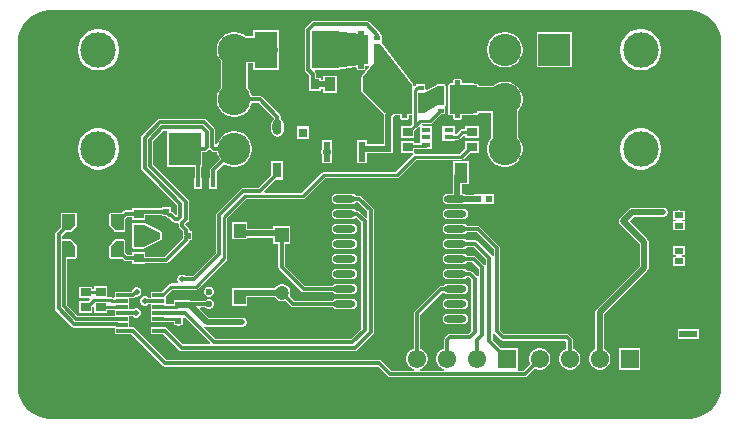
<source format=gtl>
G04*
G04 #@! TF.GenerationSoftware,Altium Limited,Altium Designer,24.2.2 (26)*
G04*
G04 Layer_Physical_Order=1*
G04 Layer_Color=255*
%FSLAX44Y44*%
%MOMM*%
G71*
G04*
G04 #@! TF.SameCoordinates,C4595460-78FA-4AA4-93EF-E7DD031D073C*
G04*
G04*
G04 #@! TF.FilePolarity,Positive*
G04*
G01*
G75*
%ADD16R,0.8000X0.8000*%
%ADD17R,1.0121X1.2084*%
%ADD18R,0.5200X0.5200*%
%ADD19R,0.8621X0.7565*%
%ADD20R,0.4200X0.7000*%
%ADD21R,0.5200X0.5200*%
%ADD22C,0.9698*%
%ADD23C,0.9900*%
%ADD24R,0.5000X0.3500*%
%ADD25R,1.9600X3.1500*%
%ADD26C,1.7685*%
%ADD27R,0.9100X1.2200*%
%ADD28R,0.7500X0.8500*%
%ADD29R,0.8500X0.7000*%
%ADD30R,0.8000X0.4000*%
%ADD31R,0.8000X0.5000*%
G04:AMPARAMS|DCode=32|XSize=1.9mm|YSize=0.6mm|CornerRadius=0.3mm|HoleSize=0mm|Usage=FLASHONLY|Rotation=0.000|XOffset=0mm|YOffset=0mm|HoleType=Round|Shape=RoundedRectangle|*
%AMROUNDEDRECTD32*
21,1,1.9000,0.0000,0,0,0.0*
21,1,1.3000,0.6000,0,0,0.0*
1,1,0.6000,0.6500,0.0000*
1,1,0.6000,-0.6500,0.0000*
1,1,0.6000,-0.6500,0.0000*
1,1,0.6000,0.6500,0.0000*
%
%ADD32ROUNDEDRECTD32*%
%ADD33R,0.5500X0.5500*%
G04:AMPARAMS|DCode=34|XSize=1.3082mm|YSize=0.7621mm|CornerRadius=0.3811mm|HoleSize=0mm|Usage=FLASHONLY|Rotation=90.000|XOffset=0mm|YOffset=0mm|HoleType=Round|Shape=RoundedRectangle|*
%AMROUNDEDRECTD34*
21,1,1.3082,0.0000,0,0,90.0*
21,1,0.5461,0.7621,0,0,90.0*
1,1,0.7621,0.0000,0.2730*
1,1,0.7621,0.0000,-0.2730*
1,1,0.7621,0.0000,-0.2730*
1,1,0.7621,0.0000,0.2730*
%
%ADD34ROUNDEDRECTD34*%
%ADD35R,0.7621X1.3082*%
%ADD36R,0.9779X0.3048*%
%ADD37R,0.8500X0.7500*%
%ADD38R,1.5000X0.5500*%
%ADD39C,1.7397*%
%ADD40R,0.5800X1.7300*%
%ADD41R,1.1000X1.7000*%
%ADD50C,2.7500*%
%ADD51R,2.7500X2.7500*%
%ADD52C,3.0000*%
%ADD60C,0.6000*%
%AMCUSTOMSHAPE61*
4,1,28,1.1400,-1.2250,0.7250,-1.2250,0.7250,-1.6050,0.2950,-1.6050,0.2950,-1.2250,-0.8400,-1.2250,-0.8400,-1.1750,-1.1400,-1.1750,-1.1400,-0.7750,-0.8400,-0.7750,-0.8400,-0.5250,-1.1400,-0.5250,-1.1400,-0.1250,-0.8400,-0.1250,-0.8400,0.1250,-1.1400,0.1250,-1.1400,0.5250,-0.8400,0.5250,-0.8400,0.7750,-1.1400,0.7750,-1.1400,1.1750,-0.8400,1.1750,-0.8400,1.2250,0.2950,1.2250,0.2950,1.6050,0.7250,1.6050,0.7250,1.2250,1.1400,1.2250,1.1400,-1.2250,0.0*%
%ADD61CUSTOMSHAPE61*%

%ADD62C,0.3000*%
%ADD63C,0.2540*%
%ADD64C,2.0000*%
%ADD65C,0.5000*%
%ADD66C,1.5500*%
%ADD67R,1.5500X1.5500*%
%ADD68R,1.2000X1.2000*%
%ADD69C,1.2000*%
%ADD70C,0.5000*%
%ADD71C,4.0000*%
%ADD72C,0.7000*%
G36*
X575467Y347482D02*
X579007Y346534D01*
X582393Y345131D01*
X585568Y343299D01*
X588475Y341067D01*
X591067Y338475D01*
X593299Y335568D01*
X595131Y332393D01*
X596534Y329007D01*
X597482Y325467D01*
X597961Y321833D01*
Y320000D01*
Y30000D01*
Y28167D01*
X597482Y24533D01*
X596534Y20993D01*
X595131Y17607D01*
X593299Y14432D01*
X591067Y11525D01*
X588475Y8933D01*
X585568Y6701D01*
X582393Y4869D01*
X579007Y3466D01*
X575467Y2517D01*
X571833Y2039D01*
X28167D01*
X24533Y2517D01*
X20993Y3466D01*
X17607Y4869D01*
X14432Y6701D01*
X11525Y8933D01*
X8933Y11525D01*
X6701Y14432D01*
X4869Y17607D01*
X3466Y20993D01*
X2517Y24533D01*
X2039Y28167D01*
Y30000D01*
Y320000D01*
Y321833D01*
X2517Y325467D01*
X3466Y329007D01*
X4869Y332393D01*
X6701Y335568D01*
X8933Y338475D01*
X11525Y341067D01*
X14432Y343299D01*
X17607Y345131D01*
X20993Y346534D01*
X24533Y347482D01*
X28167Y347961D01*
X571833D01*
X575467Y347482D01*
D02*
G37*
%LPC*%
G36*
X223320Y331520D02*
X201180D01*
Y325867D01*
X195374D01*
X195075Y326167D01*
X192615Y327811D01*
X189881Y328943D01*
X186979Y329520D01*
X184021D01*
X181119Y328943D01*
X178385Y327811D01*
X175925Y326167D01*
X173833Y324075D01*
X172189Y321615D01*
X171057Y318881D01*
X170480Y315979D01*
Y313021D01*
X171057Y310119D01*
X172189Y307385D01*
X173833Y304925D01*
X174133Y304626D01*
Y282374D01*
X173833Y282075D01*
X172189Y279615D01*
X171057Y276881D01*
X170480Y273979D01*
Y271021D01*
X171057Y268119D01*
X172189Y265385D01*
X173833Y262925D01*
X175925Y260833D01*
X178385Y259189D01*
X181119Y258057D01*
X184021Y257480D01*
X186979D01*
X189881Y258057D01*
X192615Y259189D01*
X195075Y260833D01*
X197167Y262925D01*
X198811Y265385D01*
X199943Y268119D01*
X200252Y269676D01*
X206080D01*
X218909Y256847D01*
X218812Y255461D01*
X218337Y255143D01*
X217214Y253463D01*
X216820Y251480D01*
Y246020D01*
X217214Y244037D01*
X218337Y242357D01*
X220018Y241234D01*
X222000Y240839D01*
X223982Y241234D01*
X225663Y242357D01*
X226786Y244037D01*
X227180Y246020D01*
Y251480D01*
X226786Y253463D01*
X225663Y255143D01*
X224824Y255704D01*
Y257750D01*
X224824Y257750D01*
X224609Y258831D01*
X223997Y259747D01*
X223997Y259747D01*
X209247Y274497D01*
X208331Y275109D01*
X207250Y275324D01*
X207250Y275324D01*
X200252D01*
X199943Y276881D01*
X198811Y279615D01*
X197167Y282075D01*
X196867Y282374D01*
Y303133D01*
X201180D01*
Y297480D01*
X223320D01*
Y312242D01*
X223617Y314500D01*
X223320Y316758D01*
Y331520D01*
D02*
G37*
G36*
X471520Y329520D02*
X441480D01*
Y299480D01*
X471520D01*
Y329520D01*
D02*
G37*
G36*
X415979D02*
X413021D01*
X410119Y328943D01*
X407385Y327811D01*
X404925Y326167D01*
X402833Y324075D01*
X401189Y321615D01*
X400057Y318881D01*
X399480Y315979D01*
Y313021D01*
X400057Y310119D01*
X401189Y307385D01*
X402833Y304925D01*
X404925Y302833D01*
X407385Y301189D01*
X410119Y300057D01*
X413021Y299480D01*
X415979D01*
X418881Y300057D01*
X421615Y301189D01*
X424075Y302833D01*
X426167Y304925D01*
X427811Y307385D01*
X428943Y310119D01*
X429520Y313021D01*
Y315979D01*
X428943Y318881D01*
X427811Y321615D01*
X426167Y324075D01*
X424075Y326167D01*
X421615Y327811D01*
X418881Y328943D01*
X415979Y329520D01*
D02*
G37*
G36*
X531224Y332000D02*
X527776D01*
X524395Y331328D01*
X521211Y330008D01*
X518344Y328093D01*
X515907Y325656D01*
X513992Y322789D01*
X512673Y319605D01*
X512000Y316224D01*
Y312776D01*
X512673Y309395D01*
X513992Y306211D01*
X515907Y303344D01*
X518344Y300907D01*
X521211Y298992D01*
X524395Y297673D01*
X527776Y297000D01*
X531224D01*
X534605Y297673D01*
X537789Y298992D01*
X540656Y300907D01*
X543093Y303344D01*
X545008Y306211D01*
X546328Y309395D01*
X547000Y312776D01*
Y316224D01*
X546328Y319605D01*
X545008Y322789D01*
X543093Y325656D01*
X540656Y328093D01*
X537789Y330008D01*
X534605Y331328D01*
X531224Y332000D01*
D02*
G37*
G36*
X72224D02*
X68776D01*
X65395Y331328D01*
X62211Y330008D01*
X59344Y328093D01*
X56907Y325656D01*
X54992Y322789D01*
X53672Y319605D01*
X53000Y316224D01*
Y312776D01*
X53672Y309395D01*
X54992Y306211D01*
X56907Y303344D01*
X59344Y300907D01*
X62211Y298992D01*
X65395Y297673D01*
X68776Y297000D01*
X72224D01*
X75605Y297673D01*
X78789Y298992D01*
X81656Y300907D01*
X84093Y303344D01*
X86008Y306211D01*
X87327Y309395D01*
X88000Y312776D01*
Y316224D01*
X87327Y319605D01*
X86008Y322789D01*
X84093Y325656D01*
X81656Y328093D01*
X78789Y330008D01*
X75605Y331328D01*
X72224Y332000D01*
D02*
G37*
G36*
X160175Y255844D02*
X160175Y255844D01*
X122481D01*
X122481Y255844D01*
X121400Y255629D01*
X120484Y255017D01*
X107483Y242016D01*
X106871Y241099D01*
X106656Y240019D01*
X106656Y240019D01*
Y214520D01*
X106656Y214520D01*
X106871Y213439D01*
X107483Y212523D01*
X117753Y202253D01*
X117753Y202253D01*
X137109Y182897D01*
Y175299D01*
X135839Y174773D01*
X133744Y176867D01*
X132828Y177479D01*
X131870Y177670D01*
Y181370D01*
X124130D01*
Y180324D01*
X110081D01*
Y180811D01*
X98919D01*
Y178583D01*
X93606D01*
X93606Y178583D01*
X92525Y178368D01*
X91609Y177756D01*
X91609Y177756D01*
X90228Y176375D01*
X81000D01*
X80028Y175972D01*
X79625Y175000D01*
Y166500D01*
X79800Y166079D01*
X79927Y165641D01*
X83927Y160641D01*
X83997Y160602D01*
X84028Y160528D01*
X84449Y160354D01*
X84848Y160134D01*
X84926Y160156D01*
X85000Y160125D01*
X92000D01*
X92972Y160528D01*
X93375Y161500D01*
Y171533D01*
X94776Y172934D01*
X98919D01*
Y170706D01*
X110081D01*
Y174676D01*
X124130D01*
Y173630D01*
X127876D01*
X128633Y172873D01*
X129549Y172261D01*
X130564Y172059D01*
X133693Y168930D01*
X133693Y168930D01*
X134609Y168318D01*
X135690Y168103D01*
X135690Y168103D01*
X137135D01*
X138202Y167934D01*
X138371Y166868D01*
Y165423D01*
X138371Y165423D01*
X138586Y164342D01*
X139198Y163426D01*
X142076Y160548D01*
Y158100D01*
X142076Y158100D01*
X142130Y157827D01*
Y156173D01*
X142076Y155900D01*
Y154720D01*
X126680Y139324D01*
X110081D01*
Y143303D01*
X98919D01*
Y141074D01*
X95170D01*
X93375Y142870D01*
Y152500D01*
X92972Y153472D01*
X92000Y153875D01*
X85000D01*
X84926Y153844D01*
X84848Y153866D01*
X84449Y153646D01*
X84028Y153472D01*
X83997Y153398D01*
X83927Y153359D01*
X79927Y148359D01*
X79800Y147921D01*
X79625Y147500D01*
Y139000D01*
X80028Y138028D01*
X81000Y137625D01*
X90631D01*
X92003Y136253D01*
X92919Y135641D01*
X94000Y135426D01*
X94000Y135426D01*
X98919D01*
Y133197D01*
X110081D01*
Y133676D01*
X127850D01*
X127850Y133676D01*
X128931Y133891D01*
X129847Y134503D01*
X146897Y151553D01*
X146897Y151553D01*
X147509Y152469D01*
X147641Y153130D01*
X149870D01*
Y160870D01*
X148569D01*
X147724Y161717D01*
X147509Y162798D01*
X146897Y163715D01*
X144019Y166593D01*
Y166738D01*
X146200Y168919D01*
X146200Y168919D01*
X146812Y169835D01*
X147027Y170916D01*
X147027Y170916D01*
Y185836D01*
X146812Y186917D01*
X146200Y187833D01*
X116574Y217459D01*
Y237080D01*
X125420Y245926D01*
X127378D01*
X128480Y245520D01*
Y215480D01*
X151926D01*
Y206020D01*
X151380D01*
Y196480D01*
X158120D01*
Y206020D01*
X157574D01*
Y215480D01*
X158520D01*
Y227676D01*
X160607D01*
X160608Y227676D01*
X161688Y227891D01*
X162605Y228503D01*
X163627Y229525D01*
X163671Y229557D01*
X165329Y229557D01*
X165373Y229525D01*
X166395Y228503D01*
X166395Y228503D01*
X167312Y227891D01*
X168392Y227676D01*
X168393Y227676D01*
X170748D01*
X171057Y226119D01*
X172189Y223385D01*
X173071Y222066D01*
X165753Y214747D01*
X165141Y213831D01*
X164926Y212750D01*
X164926Y212750D01*
Y206020D01*
X164380D01*
Y196480D01*
X171120D01*
Y206020D01*
X170574D01*
Y211580D01*
X177066Y218071D01*
X178385Y217190D01*
X181119Y216057D01*
X184021Y215480D01*
X186979D01*
X189881Y216057D01*
X192615Y217190D01*
X195075Y218833D01*
X197167Y220925D01*
X198811Y223385D01*
X199943Y226119D01*
X200520Y229021D01*
Y231979D01*
X199943Y234881D01*
X198811Y237615D01*
X197167Y240075D01*
X195075Y242167D01*
X192615Y243811D01*
X189881Y244943D01*
X186979Y245520D01*
X184021D01*
X181119Y244943D01*
X178385Y243811D01*
X175925Y242167D01*
X173833Y240075D01*
X172189Y237615D01*
X171057Y234881D01*
X171056Y234874D01*
X169670Y234415D01*
X169459Y234606D01*
Y246561D01*
X169244Y247641D01*
X168632Y248558D01*
X168632Y248558D01*
X162173Y255017D01*
X161256Y255629D01*
X160175Y255844D01*
D02*
G37*
G36*
X372270Y250020D02*
X361730D01*
Y243480D01*
Y236980D01*
X372270D01*
Y238335D01*
X374810D01*
X375801Y238532D01*
X376641Y239094D01*
X379708Y242160D01*
X381230D01*
Y239980D01*
X392270D01*
Y249520D01*
X381230D01*
Y247340D01*
X378635D01*
X377644Y247143D01*
X376804Y246581D01*
X373737Y243515D01*
X372270D01*
Y243520D01*
Y250020D01*
D02*
G37*
G36*
X249020Y249520D02*
X238480D01*
Y238980D01*
X249020D01*
Y249520D01*
D02*
G37*
G36*
X297500Y339074D02*
X297500Y339074D01*
X252750D01*
X251669Y338859D01*
X250753Y338247D01*
X250753Y338247D01*
X246003Y333497D01*
X245391Y332581D01*
X245176Y331500D01*
X245176Y331500D01*
Y297750D01*
X245176Y297750D01*
X245391Y296669D01*
X246003Y295753D01*
X248926Y292830D01*
Y287500D01*
X248926Y287500D01*
X248980Y287227D01*
Y279730D01*
X259020D01*
Y281406D01*
X260830D01*
Y277880D01*
X272470D01*
Y292620D01*
X260830D01*
Y289094D01*
X259020D01*
Y290770D01*
X254574D01*
Y294000D01*
X254359Y295081D01*
X253747Y295997D01*
X253747Y295997D01*
X253542Y296202D01*
X254028Y297375D01*
X271150D01*
X271234Y297410D01*
X271323Y297386D01*
X272420Y297480D01*
Y297525D01*
X288023Y299500D01*
X288975Y298660D01*
Y298450D01*
X289378Y297478D01*
X290350Y297075D01*
X294650D01*
X295622Y297478D01*
X296025Y298450D01*
Y300513D01*
X298860Y300872D01*
X299132Y300617D01*
X299620Y299793D01*
X293785Y292620D01*
X293530D01*
Y292306D01*
X293458Y292217D01*
X293326Y291776D01*
X293150Y291350D01*
Y279260D01*
X293150Y279260D01*
X293530Y278342D01*
Y277880D01*
X293960D01*
X312004Y259837D01*
X312028Y259778D01*
X312314Y259660D01*
X312156Y258867D01*
X312156Y258867D01*
Y234620D01*
X312130D01*
Y234594D01*
X297920D01*
Y238170D01*
X289580D01*
Y218330D01*
X297920D01*
Y226906D01*
X312130D01*
Y226880D01*
X314890D01*
X315204Y226750D01*
X316796D01*
X317110Y226880D01*
X319870D01*
Y229641D01*
X320000Y229954D01*
Y231546D01*
X319870Y231859D01*
Y234620D01*
X319844D01*
Y257275D01*
X321444Y258875D01*
X325975D01*
Y256450D01*
X326378Y255478D01*
X327350Y255075D01*
X331650D01*
X332622Y255478D01*
X333025Y256450D01*
Y258875D01*
X335800D01*
X335870Y258828D01*
Y251033D01*
X334357Y249520D01*
X326980D01*
Y239980D01*
X338020D01*
Y245858D01*
X341460Y249298D01*
X342730Y248771D01*
Y243480D01*
Y235610D01*
X338020D01*
Y237020D01*
X326980D01*
Y227480D01*
X336843D01*
X336961Y227480D01*
X337124Y226725D01*
X336528Y225690D01*
X321927Y211090D01*
X261250D01*
X260259Y210893D01*
X259419Y210331D01*
X242387Y193300D01*
X211434D01*
X210948Y194473D01*
X220914Y204439D01*
X227081D01*
Y220061D01*
X216919D01*
Y208433D01*
X206061Y197574D01*
X193250D01*
X192169Y197359D01*
X191253Y196747D01*
X191253Y196747D01*
X170753Y176247D01*
X170141Y175331D01*
X169926Y174250D01*
X169926Y174250D01*
Y142420D01*
X150330Y122824D01*
X144083D01*
X143516Y123391D01*
X142046Y124000D01*
X140454D01*
X138984Y123391D01*
X137859Y122266D01*
X137250Y120796D01*
Y119204D01*
X137807Y117860D01*
X137587Y117257D01*
X137207Y116590D01*
X131723D01*
X130732Y116393D01*
X129891Y115831D01*
X123608Y109548D01*
X114951D01*
Y104577D01*
X112833D01*
X112266Y105143D01*
X110796Y105752D01*
X109204D01*
X107734Y105143D01*
X106609Y104018D01*
X106000Y102548D01*
Y100957D01*
X106609Y99487D01*
X107734Y98362D01*
X109204Y97753D01*
X110796D01*
X112266Y98362D01*
X112833Y98928D01*
X114951D01*
Y93957D01*
Y83955D01*
X127270D01*
Y84159D01*
X134269D01*
X134380Y83890D01*
Y81130D01*
X137140D01*
X137454Y81000D01*
X139046D01*
X139359Y81130D01*
X142120D01*
Y83890D01*
X142250Y84204D01*
Y85796D01*
X142120Y86110D01*
Y87340D01*
X143390Y87866D01*
X165008Y66248D01*
X164522Y65074D01*
X142170D01*
X128525Y78719D01*
X127609Y79331D01*
X127270Y79399D01*
X127270Y79540D01*
X126528Y79547D01*
X126528Y79546D01*
X126003Y79546D01*
X121232D01*
X121111Y79570D01*
X120959Y79540D01*
X114951D01*
Y73952D01*
X120862D01*
X121135Y73898D01*
X125358D01*
X139003Y60253D01*
X139003Y60253D01*
X139919Y59641D01*
X141000Y59426D01*
X287750D01*
X287750Y59426D01*
X288831Y59641D01*
X289747Y60253D01*
X302997Y73503D01*
X303609Y74419D01*
X303824Y75500D01*
Y178500D01*
X303824Y178500D01*
X303609Y179581D01*
X302997Y180497D01*
X293356Y190138D01*
X292440Y190750D01*
X291359Y190965D01*
X291359Y190965D01*
X288498D01*
X288328Y191219D01*
X286915Y192163D01*
X285249Y192495D01*
X272249D01*
X270583Y192163D01*
X269171Y191219D01*
X268227Y189807D01*
X267896Y188141D01*
X268227Y186475D01*
X269171Y185062D01*
X270583Y184119D01*
X272249Y183787D01*
X285249D01*
X286915Y184119D01*
X288328Y185062D01*
X288498Y185317D01*
X290189D01*
X298176Y177330D01*
Y172614D01*
X296906Y172088D01*
X291705Y177290D01*
X290788Y177902D01*
X289708Y178117D01*
X289707Y178117D01*
X288597D01*
X288328Y178519D01*
X286915Y179463D01*
X285249Y179795D01*
X272249D01*
X270583Y179463D01*
X269171Y178519D01*
X268227Y177107D01*
X267896Y175441D01*
X268227Y173775D01*
X269171Y172362D01*
X270583Y171419D01*
X272249Y171087D01*
X285249D01*
X286915Y171419D01*
X288328Y172362D01*
X289363Y171643D01*
X292926Y168080D01*
Y78170D01*
X284330Y69574D01*
X169670D01*
X159654Y79590D01*
X160464Y80576D01*
X161029Y80199D01*
X162500Y79906D01*
X190827D01*
X191204Y79750D01*
X192796D01*
X194266Y80359D01*
X195391Y81484D01*
X196000Y82954D01*
Y84546D01*
X195391Y86016D01*
X194266Y87141D01*
X192796Y87750D01*
X191204D01*
X190827Y87594D01*
X164092D01*
X156434Y95252D01*
X156920Y96426D01*
X160786D01*
X161581Y95630D01*
X163151Y94980D01*
X164849D01*
X166419Y95630D01*
X167620Y96831D01*
X168270Y98401D01*
Y100099D01*
X167620Y101669D01*
X166419Y102870D01*
X164849Y103520D01*
X163151D01*
X161581Y102870D01*
X160786Y102074D01*
X149105D01*
X147750Y102344D01*
X147750Y102344D01*
X142120D01*
Y102370D01*
X134380D01*
Y99341D01*
X127270D01*
Y105885D01*
X132795Y111410D01*
X153250D01*
X154241Y111607D01*
X155081Y112169D01*
X178831Y135919D01*
X179393Y136759D01*
X179590Y137750D01*
Y171714D01*
X195996Y188120D01*
X243460D01*
X244451Y188317D01*
X245291Y188879D01*
X262323Y205910D01*
X323000D01*
X323991Y206107D01*
X324831Y206669D01*
X339573Y221410D01*
X377750D01*
X378741Y221607D01*
X379581Y222169D01*
X384893Y227480D01*
X392270D01*
Y237020D01*
X381230D01*
Y231143D01*
X376677Y226590D01*
X338921D01*
X338326Y227178D01*
X338225Y227278D01*
X338225Y227278D01*
X338020Y228012D01*
X338020D01*
X338020Y228012D01*
Y230430D01*
X347270D01*
X347520Y230480D01*
X353270D01*
Y236980D01*
Y243480D01*
Y250020D01*
X345376D01*
X344697Y251290D01*
X344777Y251410D01*
X351000D01*
X351991Y251607D01*
X352831Y252169D01*
X360392Y259730D01*
X364270D01*
Y265770D01*
X364270Y265770D01*
X364270Y266230D01*
X364359Y267463D01*
X364375Y267500D01*
Y284000D01*
X364270Y284253D01*
Y285270D01*
X363253D01*
X363000Y285375D01*
X358000D01*
X357747Y285270D01*
X356730D01*
Y284876D01*
X348361Y280342D01*
X347270Y280992D01*
Y285270D01*
X339730D01*
Y284266D01*
X339212Y284163D01*
X338445Y283650D01*
X337883Y283770D01*
X337175Y284064D01*
Y284750D01*
X337005Y285161D01*
X336889Y285590D01*
X310354Y319995D01*
X310270Y321230D01*
X310270Y322040D01*
Y327270D01*
X309320D01*
X309109Y328331D01*
X308497Y329247D01*
X308497Y329247D01*
X299497Y338247D01*
X298581Y338859D01*
X297500Y339074D01*
D02*
G37*
G36*
X267920Y238170D02*
X259580D01*
Y230824D01*
X258855Y229074D01*
Y227176D01*
X259580Y225426D01*
Y218330D01*
X267920D01*
Y226029D01*
X268395Y227176D01*
Y229074D01*
X267920Y230221D01*
Y238170D01*
D02*
G37*
G36*
X376650Y289925D02*
X372350D01*
X371378Y289522D01*
X370975Y288550D01*
Y286125D01*
X368200D01*
X367228Y285722D01*
X366825Y284750D01*
Y273009D01*
X366808Y272875D01*
X366825Y272741D01*
Y260250D01*
X367228Y259278D01*
X368200Y258875D01*
X370975D01*
Y256450D01*
X371378Y255478D01*
X372350Y255075D01*
X376650D01*
X377622Y255478D01*
X378025Y256450D01*
Y258875D01*
X388000D01*
X388972Y259278D01*
X389012Y259375D01*
X391000D01*
X391972Y259778D01*
X392375Y260750D01*
Y261320D01*
X403133D01*
Y240374D01*
X402833Y240075D01*
X401189Y237615D01*
X400057Y234881D01*
X399480Y231979D01*
Y229021D01*
X400057Y226119D01*
X401189Y223385D01*
X402833Y220925D01*
X404925Y218833D01*
X407385Y217190D01*
X410119Y216057D01*
X413021Y215480D01*
X415979D01*
X418881Y216057D01*
X421615Y217190D01*
X424075Y218833D01*
X426167Y220925D01*
X427811Y223385D01*
X428943Y226119D01*
X429520Y229021D01*
Y231979D01*
X428943Y234881D01*
X427811Y237615D01*
X426167Y240075D01*
X425867Y240374D01*
Y262626D01*
X426167Y262925D01*
X427811Y265385D01*
X428943Y268119D01*
X429520Y271021D01*
Y273979D01*
X428943Y276881D01*
X427811Y279615D01*
X426167Y282075D01*
X424075Y284167D01*
X421615Y285811D01*
X418881Y286943D01*
X415979Y287520D01*
X413021D01*
X410119Y286943D01*
X407385Y285811D01*
X404925Y284167D01*
X404813Y284055D01*
X392375D01*
Y284250D01*
X391972Y285222D01*
X391000Y285625D01*
X389012D01*
X388972Y285722D01*
X388000Y286125D01*
X378025D01*
Y288550D01*
X377622Y289522D01*
X376650Y289925D01*
D02*
G37*
G36*
X531224Y248000D02*
X527776D01*
X524395Y247327D01*
X521211Y246008D01*
X518344Y244093D01*
X515907Y241656D01*
X513992Y238789D01*
X512673Y235605D01*
X512000Y232224D01*
Y228776D01*
X512673Y225396D01*
X513992Y222211D01*
X515907Y219344D01*
X518344Y216907D01*
X521211Y214992D01*
X524395Y213673D01*
X527776Y213000D01*
X531224D01*
X534605Y213673D01*
X537789Y214992D01*
X540656Y216907D01*
X543093Y219344D01*
X545008Y222211D01*
X546328Y225396D01*
X547000Y228776D01*
Y232224D01*
X546328Y235605D01*
X545008Y238789D01*
X543093Y241656D01*
X540656Y244093D01*
X537789Y246008D01*
X534605Y247327D01*
X531224Y248000D01*
D02*
G37*
G36*
X72224D02*
X68776D01*
X65395Y247327D01*
X62211Y246008D01*
X59344Y244093D01*
X56907Y241656D01*
X54992Y238789D01*
X53672Y235605D01*
X53000Y232224D01*
Y228776D01*
X53672Y225396D01*
X54992Y222211D01*
X56907Y219344D01*
X59344Y216907D01*
X62211Y214992D01*
X65395Y213673D01*
X68776Y213000D01*
X72224D01*
X75605Y213673D01*
X78789Y214992D01*
X81656Y216907D01*
X84093Y219344D01*
X86008Y222211D01*
X87327Y225396D01*
X88000Y228776D01*
Y232224D01*
X87327Y235605D01*
X86008Y238789D01*
X84093Y241656D01*
X81656Y244093D01*
X78789Y246008D01*
X75605Y247327D01*
X72224Y248000D01*
D02*
G37*
G36*
X384020Y220020D02*
X370480D01*
Y207621D01*
X370406Y207250D01*
X370406Y207250D01*
Y192495D01*
X366249D01*
X364583Y192163D01*
X363171Y191219D01*
X362227Y189807D01*
X361896Y188141D01*
X362227Y186475D01*
X363171Y185062D01*
X364583Y184119D01*
X366249Y183787D01*
X379249D01*
X380915Y184119D01*
X381077Y184227D01*
X388230D01*
Y183980D01*
X395960D01*
X396270Y183980D01*
X397230D01*
X397540Y183980D01*
X405270D01*
Y192020D01*
X397540D01*
X397230Y192020D01*
X396270D01*
X395960Y192020D01*
X388230D01*
Y191914D01*
X381288D01*
X380915Y192163D01*
X379249Y192495D01*
X378094D01*
Y200480D01*
X384020D01*
Y220020D01*
D02*
G37*
G36*
X549296Y180750D02*
X547704D01*
X547327Y180594D01*
X522500D01*
X522500Y180594D01*
X521029Y180301D01*
X519782Y179468D01*
X513111Y172797D01*
X512734Y172641D01*
X511609Y171516D01*
X511000Y170046D01*
Y168454D01*
X511609Y166984D01*
X512734Y165859D01*
X513111Y165703D01*
X528656Y150158D01*
Y131542D01*
X492182Y95068D01*
X491349Y93821D01*
X491056Y92350D01*
X491056Y92350D01*
Y60896D01*
X489362Y59918D01*
X487682Y58238D01*
X486495Y56182D01*
X485880Y53888D01*
Y51512D01*
X486495Y49218D01*
X487682Y47162D01*
X489362Y45482D01*
X491418Y44295D01*
X493713Y43680D01*
X496087D01*
X498382Y44295D01*
X500438Y45482D01*
X502118Y47162D01*
X503305Y49218D01*
X503920Y51512D01*
Y53888D01*
X503305Y56182D01*
X502118Y58238D01*
X500438Y59918D01*
X498744Y60896D01*
Y90758D01*
X535218Y127232D01*
X536051Y128479D01*
X536344Y129950D01*
X536344Y129950D01*
Y151750D01*
X536051Y153221D01*
X535218Y154468D01*
X535218Y154468D01*
X520436Y169250D01*
X524092Y172906D01*
X547327D01*
X547704Y172750D01*
X549296D01*
X550766Y173359D01*
X551891Y174484D01*
X552500Y175954D01*
Y177546D01*
X551891Y179016D01*
X550766Y180141D01*
X549296Y180750D01*
D02*
G37*
G36*
X379249Y179795D02*
X366249D01*
X364583Y179463D01*
X363171Y178519D01*
X362227Y177107D01*
X361896Y175441D01*
X362227Y173775D01*
X363171Y172362D01*
X364583Y171419D01*
X366249Y171087D01*
X379249D01*
X380915Y171419D01*
X382328Y172362D01*
X383271Y173775D01*
X383603Y175441D01*
X383271Y177107D01*
X382328Y178519D01*
X380915Y179463D01*
X379249Y179795D01*
D02*
G37*
G36*
X562796Y178750D02*
X561204D01*
X560046Y178270D01*
X556730D01*
Y170730D01*
X559703D01*
X560207Y169460D01*
X560005Y169270D01*
X556730D01*
Y161730D01*
X560649D01*
X561204Y161500D01*
X562796D01*
X563351Y161730D01*
X567270D01*
Y169270D01*
X563995D01*
X563793Y169460D01*
X564297Y170730D01*
X567270D01*
Y178270D01*
X563954D01*
X562796Y178750D01*
D02*
G37*
G36*
X285249Y167094D02*
X272249D01*
X270583Y166763D01*
X269171Y165819D01*
X268227Y164407D01*
X267896Y162741D01*
X268227Y161075D01*
X269171Y159662D01*
X270583Y158719D01*
X272249Y158387D01*
X285249D01*
X286915Y158719D01*
X288328Y159662D01*
X289271Y161075D01*
X289603Y162741D01*
X289271Y164407D01*
X288328Y165819D01*
X286915Y166763D01*
X285249Y167094D01*
D02*
G37*
G36*
X108811Y167899D02*
X100189D01*
X99937Y167794D01*
X98919D01*
Y166777D01*
X98815Y166524D01*
Y147485D01*
X98919Y147232D01*
Y146215D01*
X99937D01*
X100189Y146110D01*
X108811D01*
X109063Y146215D01*
X110081D01*
Y146584D01*
X123134Y153130D01*
X123870Y153130D01*
X123905Y153967D01*
X123889Y154192D01*
X123975Y154400D01*
Y159600D01*
X123889Y159808D01*
X123905Y160033D01*
X123870Y160870D01*
X123134Y160870D01*
X110081Y167425D01*
Y167794D01*
X109063D01*
X108811Y167899D01*
D02*
G37*
G36*
X285249Y154395D02*
X272249D01*
X270583Y154063D01*
X269171Y153119D01*
X268227Y151707D01*
X267896Y150041D01*
X268227Y148375D01*
X269171Y146962D01*
X270583Y146019D01*
X272249Y145687D01*
X285249D01*
X286915Y146019D01*
X288328Y146962D01*
X289271Y148375D01*
X289603Y150041D01*
X289271Y151707D01*
X288328Y153119D01*
X286915Y154063D01*
X285249Y154395D01*
D02*
G37*
G36*
Y141694D02*
X272249D01*
X270583Y141363D01*
X269171Y140419D01*
X268227Y139007D01*
X267896Y137341D01*
X268227Y135675D01*
X269171Y134262D01*
X270583Y133319D01*
X272249Y132987D01*
X285249D01*
X286915Y133319D01*
X288328Y134262D01*
X289271Y135675D01*
X289603Y137341D01*
X289271Y139007D01*
X288328Y140419D01*
X286915Y141363D01*
X285249Y141694D01*
D02*
G37*
G36*
X562796Y148500D02*
X561204D01*
X560649Y148270D01*
X556730D01*
Y140730D01*
X559218D01*
X559734Y139460D01*
X559539Y139270D01*
X556730D01*
Y131730D01*
X560649D01*
X561204Y131500D01*
X562796D01*
X563351Y131730D01*
X567270D01*
Y139270D01*
X564781D01*
X564266Y140540D01*
X564461Y140730D01*
X567270D01*
Y148270D01*
X563351D01*
X562796Y148500D01*
D02*
G37*
G36*
X285249Y128995D02*
X272249D01*
X270583Y128663D01*
X269171Y127719D01*
X268227Y126307D01*
X267896Y124641D01*
X268227Y122975D01*
X269171Y121562D01*
X270583Y120619D01*
X272249Y120287D01*
X285249D01*
X286915Y120619D01*
X288328Y121562D01*
X289271Y122975D01*
X289603Y124641D01*
X289271Y126307D01*
X288328Y127719D01*
X286915Y128663D01*
X285249Y128995D01*
D02*
G37*
G36*
X226706Y116121D02*
X224792D01*
X222943Y115625D01*
X221285Y114668D01*
X219932Y113315D01*
X219574Y112695D01*
X195429D01*
X194734Y112556D01*
X192500D01*
X192500Y112556D01*
X192128Y112483D01*
X183609D01*
Y97859D01*
X196270D01*
Y105007D01*
X219574D01*
X219932Y104387D01*
X221285Y103033D01*
X222943Y102076D01*
X224792Y101581D01*
X226706D01*
X228535Y102071D01*
X233362Y97244D01*
X234278Y96631D01*
X235359Y96417D01*
X235359Y96417D01*
X269001D01*
X269171Y96162D01*
X270583Y95219D01*
X272249Y94887D01*
X285249D01*
X286915Y95219D01*
X288328Y96162D01*
X289271Y97575D01*
X289603Y99241D01*
X289271Y100907D01*
X288328Y102319D01*
X286915Y103263D01*
X285249Y103595D01*
X272249D01*
X270583Y103263D01*
X269171Y102319D01*
X269001Y102065D01*
X236529D01*
X232529Y106065D01*
X233019Y107894D01*
Y109808D01*
X232524Y111657D01*
X231567Y113315D01*
X230213Y114668D01*
X228555Y115625D01*
X226706Y116121D01*
D02*
G37*
G36*
X196270Y168557D02*
X183609D01*
Y153933D01*
X196270D01*
Y155406D01*
X218479D01*
Y150381D01*
X222925D01*
Y130501D01*
X222925Y130501D01*
X223140Y129420D01*
X223752Y128504D01*
X242312Y109944D01*
X243228Y109332D01*
X244309Y109116D01*
X269001D01*
X269171Y108862D01*
X270583Y107919D01*
X272249Y107587D01*
X285249D01*
X286915Y107919D01*
X288328Y108862D01*
X289271Y110275D01*
X289603Y111941D01*
X289271Y113607D01*
X288328Y115019D01*
X286915Y115963D01*
X285249Y116294D01*
X272249D01*
X270583Y115963D01*
X269171Y115019D01*
X269001Y114765D01*
X245479D01*
X228573Y131671D01*
Y150381D01*
X233019D01*
Y164921D01*
X218479D01*
Y163094D01*
X196270D01*
Y168557D01*
D02*
G37*
G36*
X164849Y114020D02*
X163151D01*
X161581Y113370D01*
X160380Y112169D01*
X159730Y110599D01*
Y108901D01*
X160380Y107331D01*
X161581Y106130D01*
X163151Y105480D01*
X164849D01*
X166419Y106130D01*
X167620Y107331D01*
X168270Y108901D01*
Y110599D01*
X167620Y112169D01*
X166419Y113370D01*
X164849Y114020D01*
D02*
G37*
G36*
X379249Y103595D02*
X366249D01*
X364583Y103263D01*
X363171Y102319D01*
X362227Y100907D01*
X361896Y99241D01*
X362227Y97575D01*
X363171Y96162D01*
X364583Y95219D01*
X366249Y94887D01*
X379249D01*
X380915Y95219D01*
X382328Y96162D01*
X383271Y97575D01*
X383603Y99241D01*
X383271Y100907D01*
X382328Y102319D01*
X380915Y103263D01*
X379249Y103595D01*
D02*
G37*
G36*
Y90894D02*
X366249D01*
X364583Y90563D01*
X363171Y89619D01*
X362227Y88207D01*
X361896Y86541D01*
X362227Y84875D01*
X363171Y83462D01*
X364583Y82519D01*
X366249Y82187D01*
X379249D01*
X380915Y82519D01*
X382328Y83462D01*
X383271Y84875D01*
X383603Y86541D01*
X383271Y88207D01*
X382328Y89619D01*
X380915Y90563D01*
X379249Y90894D01*
D02*
G37*
G36*
X578770Y77770D02*
X561230D01*
Y69730D01*
X578770D01*
Y77770D01*
D02*
G37*
G36*
X529320Y61720D02*
X511280D01*
Y43680D01*
X529320D01*
Y61720D01*
D02*
G37*
G36*
X51000Y176375D02*
X40000D01*
X39028Y175972D01*
X38625Y175000D01*
Y164119D01*
X34733Y160227D01*
X34121Y159311D01*
X33906Y158230D01*
X33906Y158230D01*
Y95481D01*
X33906Y95481D01*
X34121Y94400D01*
X34733Y93484D01*
X48101Y80116D01*
X49017Y79504D01*
X50098Y79289D01*
X84090D01*
Y73952D01*
X90098D01*
X90250Y73922D01*
X98334D01*
X125253Y47003D01*
X125253Y47003D01*
X126169Y46391D01*
X127250Y46176D01*
X307080D01*
X315253Y38003D01*
X315253Y38003D01*
X316169Y37391D01*
X317250Y37176D01*
X317250Y37176D01*
X431400D01*
X431400Y37176D01*
X432481Y37391D01*
X433397Y38003D01*
X440029Y44635D01*
X440618Y44295D01*
X442912Y43680D01*
X445288D01*
X447582Y44295D01*
X449638Y45482D01*
X451318Y47162D01*
X452505Y49218D01*
X453120Y51512D01*
Y53888D01*
X452505Y56182D01*
X451318Y58238D01*
X449638Y59918D01*
X447582Y61105D01*
X445288Y61720D01*
X442912D01*
X440618Y61105D01*
X438562Y59918D01*
X436882Y58238D01*
X435695Y56182D01*
X435080Y53888D01*
Y51512D01*
X435695Y49218D01*
X436035Y48629D01*
X430230Y42824D01*
X426286D01*
X425370Y43680D01*
X425370Y44094D01*
Y61720D01*
X411324D01*
X404324Y68720D01*
Y74266D01*
X405594Y74615D01*
X406003Y74003D01*
X411003Y69003D01*
X411003Y69003D01*
X411919Y68391D01*
X413000Y68176D01*
X465830D01*
X466676Y67330D01*
Y61281D01*
X466018Y61105D01*
X463962Y59918D01*
X462282Y58238D01*
X461095Y56182D01*
X460480Y53888D01*
Y51512D01*
X461095Y49218D01*
X462282Y47162D01*
X463962Y45482D01*
X466018Y44295D01*
X468312Y43680D01*
X470687D01*
X472982Y44295D01*
X475038Y45482D01*
X476718Y47162D01*
X477905Y49218D01*
X478520Y51512D01*
Y53888D01*
X477905Y56182D01*
X476718Y58238D01*
X475038Y59918D01*
X472982Y61105D01*
X472324Y61281D01*
Y68500D01*
X472324Y68500D01*
X472109Y69581D01*
X471497Y70497D01*
X468997Y72997D01*
X468081Y73609D01*
X467000Y73824D01*
X467000Y73824D01*
X414170D01*
X410824Y77170D01*
Y146500D01*
X410824Y146500D01*
X410609Y147581D01*
X409997Y148497D01*
X393756Y164738D01*
X392840Y165350D01*
X391759Y165565D01*
X391759Y165565D01*
X382497D01*
X382328Y165819D01*
X380915Y166763D01*
X379249Y167094D01*
X366249D01*
X364583Y166763D01*
X363171Y165819D01*
X362227Y164407D01*
X361896Y162741D01*
X362227Y161075D01*
X363171Y159662D01*
X364583Y158719D01*
X366249Y158387D01*
X379249D01*
X380915Y158719D01*
X382328Y159662D01*
X382497Y159916D01*
X390589D01*
X405176Y145330D01*
Y139984D01*
X403906Y139635D01*
X403497Y140247D01*
X403497Y140247D01*
X391497Y152247D01*
X390581Y152859D01*
X389500Y153074D01*
X389500Y153074D01*
X382358D01*
X382328Y153119D01*
X380915Y154063D01*
X379249Y154395D01*
X366249D01*
X364583Y154063D01*
X363171Y153119D01*
X362227Y151707D01*
X361896Y150041D01*
X362227Y148375D01*
X363171Y146962D01*
X364583Y146019D01*
X366249Y145687D01*
X379249D01*
X380915Y146019D01*
X382328Y146962D01*
X382637Y147426D01*
X388330D01*
X398676Y137080D01*
Y132395D01*
X398621Y132359D01*
X397406Y132010D01*
X397247Y132247D01*
X397247Y132247D01*
X390156Y139338D01*
X389240Y139950D01*
X388159Y140165D01*
X388159Y140165D01*
X382497D01*
X382328Y140419D01*
X380915Y141363D01*
X379249Y141694D01*
X366249D01*
X364583Y141363D01*
X363171Y140419D01*
X362227Y139007D01*
X361896Y137341D01*
X362227Y135675D01*
X363171Y134262D01*
X364583Y133319D01*
X366249Y132987D01*
X379249D01*
X380915Y133319D01*
X382328Y134262D01*
X382497Y134516D01*
X386989D01*
X392426Y129080D01*
Y122895D01*
X391156Y122510D01*
X390997Y122747D01*
X390997Y122747D01*
X387106Y126638D01*
X386190Y127250D01*
X385109Y127465D01*
X385109Y127465D01*
X382497D01*
X382328Y127719D01*
X380915Y128663D01*
X379249Y128995D01*
X366249D01*
X364583Y128663D01*
X363171Y127719D01*
X362227Y126307D01*
X361896Y124641D01*
X362227Y122975D01*
X363171Y121562D01*
X364583Y120619D01*
X366249Y120287D01*
X379249D01*
X380915Y120619D01*
X382328Y121562D01*
X382497Y121817D01*
X383939D01*
X386176Y119580D01*
Y76420D01*
X383580Y73824D01*
X368000D01*
X366919Y73609D01*
X366003Y72997D01*
X366003Y72997D01*
X363553Y70547D01*
X362941Y69631D01*
X362726Y68550D01*
X362726Y68550D01*
Y61281D01*
X362068Y61105D01*
X360012Y59918D01*
X358332Y58238D01*
X357145Y56182D01*
X356530Y53888D01*
Y51512D01*
X357145Y49218D01*
X358332Y47162D01*
X360012Y45482D01*
X362068Y44295D01*
X362816Y44094D01*
X362649Y42824D01*
X343051D01*
X342883Y44094D01*
X343632Y44295D01*
X345688Y45482D01*
X347368Y47162D01*
X348555Y49218D01*
X349170Y51512D01*
Y53888D01*
X348555Y56182D01*
X347368Y58238D01*
X345688Y59918D01*
X343632Y61105D01*
X342974Y61281D01*
Y90172D01*
X361824Y109021D01*
X363117Y108943D01*
X363171Y108862D01*
X364583Y107919D01*
X366249Y107587D01*
X379249D01*
X380915Y107919D01*
X382328Y108862D01*
X383271Y110275D01*
X383603Y111941D01*
X383271Y113607D01*
X382328Y115019D01*
X380915Y115963D01*
X379249Y116294D01*
X366249D01*
X364583Y115963D01*
X363171Y115019D01*
X363001Y114765D01*
X360749D01*
X360749Y114765D01*
X359668Y114550D01*
X358752Y113938D01*
X358752Y113938D01*
X338153Y93339D01*
X337541Y92422D01*
X337326Y91342D01*
X337326Y91341D01*
Y61281D01*
X336668Y61105D01*
X334612Y59918D01*
X332932Y58238D01*
X331745Y56182D01*
X331130Y53888D01*
Y51512D01*
X331745Y49218D01*
X332932Y47162D01*
X334612Y45482D01*
X336668Y44295D01*
X337416Y44094D01*
X337249Y42824D01*
X318420D01*
X310247Y50997D01*
X309331Y51609D01*
X308250Y51824D01*
X308250Y51824D01*
X128420D01*
X101501Y78743D01*
X100585Y79356D01*
X99504Y79570D01*
X99504Y79570D01*
X96409D01*
Y88926D01*
X99667D01*
X100234Y88359D01*
X101704Y87750D01*
X103296D01*
X104766Y88359D01*
X105891Y89484D01*
X106500Y90954D01*
Y92546D01*
X105891Y94016D01*
X104766Y95141D01*
X103296Y95750D01*
X101704D01*
X100234Y95141D01*
X99667Y94574D01*
X96409D01*
Y103954D01*
X99486D01*
X99487Y103954D01*
X100567Y104169D01*
X101484Y104781D01*
X102203Y105500D01*
X103546D01*
X105016Y106109D01*
X106141Y107234D01*
X106750Y108704D01*
Y110296D01*
X106141Y111766D01*
X105016Y112891D01*
X103546Y113500D01*
X101954D01*
X100484Y112891D01*
X99359Y111766D01*
X98750Y110296D01*
Y110035D01*
X98317Y109602D01*
X90274D01*
X90001Y109548D01*
X84090D01*
Y104945D01*
X82820Y104592D01*
X82791Y104621D01*
X81951Y105183D01*
X80960Y105380D01*
X77770D01*
Y114520D01*
X66730D01*
Y111965D01*
X65270D01*
Y114020D01*
X54230D01*
Y104480D01*
X62908D01*
X63394Y103307D01*
X61607Y101520D01*
X54230D01*
Y91980D01*
X65270D01*
Y96888D01*
X65460Y97015D01*
X66730Y96336D01*
Y91480D01*
X77770D01*
Y94036D01*
X84090D01*
Y89207D01*
X53037D01*
X43824Y98420D01*
Y137625D01*
X51000D01*
X51972Y138028D01*
X52375Y139000D01*
Y147500D01*
X52200Y147921D01*
X52073Y148359D01*
X48074Y153359D01*
X48003Y153398D01*
X47972Y153472D01*
X47551Y153646D01*
X47152Y153866D01*
X47074Y153844D01*
X47000Y153875D01*
X40000D01*
X39554Y154172D01*
Y157060D01*
X42620Y160125D01*
X47000D01*
X47074Y160156D01*
X47152Y160134D01*
X47551Y160354D01*
X47972Y160528D01*
X48003Y160602D01*
X48074Y160641D01*
X52073Y165641D01*
X52200Y166079D01*
X52375Y166500D01*
Y175000D01*
X51972Y175972D01*
X51000Y176375D01*
D02*
G37*
%LPD*%
G36*
X92000Y161500D02*
X85000D01*
X81000Y166500D01*
Y175000D01*
X92000D01*
Y161500D01*
D02*
G37*
G36*
Y139000D02*
X81000D01*
Y147500D01*
X85000Y152500D01*
X92000D01*
Y139000D01*
D02*
G37*
G36*
X298800Y326750D02*
Y302250D01*
X271150Y298750D01*
X251550D01*
Y330250D01*
X271150D01*
X298800Y326750D01*
D02*
G37*
G36*
X363000Y267500D02*
X358000D01*
X346000Y261000D01*
X341050D01*
Y277500D01*
X346000D01*
X358000Y284000D01*
X363000D01*
Y267500D01*
D02*
G37*
G36*
X335800Y284750D02*
Y260250D01*
X331650D01*
Y256450D01*
X327350D01*
Y260250D01*
X316000D01*
X313116Y260750D01*
X313000D01*
Y260784D01*
X294524Y279260D01*
Y291350D01*
X304000Y303000D01*
Y319500D01*
X309000D01*
X335800Y284750D01*
D02*
G37*
G36*
X376650D02*
X388000D01*
Y284250D01*
X391000D01*
Y280250D01*
X388000D01*
Y277750D01*
X391000D01*
Y273750D01*
X388000D01*
Y271250D01*
X391000D01*
Y267250D01*
X388000D01*
Y264750D01*
X391000D01*
Y260750D01*
X388000D01*
Y260250D01*
X376650D01*
Y256450D01*
X372350D01*
Y260250D01*
X368200D01*
Y284750D01*
X372350D01*
Y288550D01*
X376650D01*
Y284750D01*
D02*
G37*
G36*
X122600Y159600D02*
Y154400D01*
X108811Y147485D01*
X100189D01*
Y166524D01*
X108811D01*
X122600Y159600D01*
D02*
G37*
G36*
X51000Y166500D02*
X47000Y161500D01*
X40000D01*
Y175000D01*
X51000D01*
Y166500D01*
D02*
G37*
G36*
Y147500D02*
Y139000D01*
X40000D01*
Y152500D01*
X47000D01*
X51000Y147500D01*
D02*
G37*
D16*
X243750Y259250D02*
D03*
Y244250D02*
D03*
D17*
X189939Y145208D02*
D03*
Y161245D02*
D03*
Y121208D02*
D03*
Y105171D02*
D03*
D18*
X138250Y98500D02*
D03*
Y106500D02*
D03*
X128000Y177500D02*
D03*
Y169500D02*
D03*
X138250Y85000D02*
D03*
Y77000D02*
D03*
X316000Y230750D02*
D03*
Y222750D02*
D03*
D19*
X104500Y175759D02*
D03*
Y162742D02*
D03*
Y151267D02*
D03*
Y138250D02*
D03*
D20*
X161250Y181250D02*
D03*
X154750Y201250D02*
D03*
X167750D02*
D03*
D21*
X128000Y157000D02*
D03*
X120000D02*
D03*
X138000Y157000D02*
D03*
X146000D02*
D03*
D22*
X86500Y145750D02*
D03*
X45500D02*
D03*
D23*
Y169500D02*
D03*
X86500D02*
D03*
D24*
X306500Y324250D02*
D03*
Y317750D02*
D03*
Y311250D02*
D03*
Y304750D02*
D03*
X360500Y282250D02*
D03*
Y275750D02*
D03*
Y269250D02*
D03*
Y262750D02*
D03*
X343500D02*
D03*
Y269250D02*
D03*
Y275750D02*
D03*
Y282250D02*
D03*
D25*
X261350Y314500D02*
D03*
X212250D02*
D03*
D26*
X378175Y272875D02*
D03*
X325825Y272125D02*
D03*
D27*
X266650Y285250D02*
D03*
X299350D02*
D03*
D28*
X254000D02*
D03*
X241000D02*
D03*
D29*
X332500Y244750D02*
D03*
Y232250D02*
D03*
X386750Y244750D02*
D03*
Y232250D02*
D03*
X59750Y96750D02*
D03*
Y109250D02*
D03*
D30*
X348000Y233750D02*
D03*
Y240250D02*
D03*
Y246750D02*
D03*
X367000D02*
D03*
Y240250D02*
D03*
Y233750D02*
D03*
D31*
X562000Y174500D02*
D03*
X578000D02*
D03*
X562000Y165500D02*
D03*
X578000D02*
D03*
X562000Y144500D02*
D03*
X578000D02*
D03*
X562000Y135500D02*
D03*
X578000D02*
D03*
D32*
X372749Y188141D02*
D03*
Y175441D02*
D03*
Y162741D02*
D03*
Y150041D02*
D03*
Y137341D02*
D03*
Y124641D02*
D03*
Y111941D02*
D03*
Y99241D02*
D03*
Y86541D02*
D03*
X278749D02*
D03*
Y99241D02*
D03*
Y111941D02*
D03*
Y124641D02*
D03*
Y137341D02*
D03*
Y150041D02*
D03*
Y162741D02*
D03*
Y175441D02*
D03*
Y188141D02*
D03*
D33*
X401250Y188000D02*
D03*
X392250D02*
D03*
D34*
X222000Y248750D02*
D03*
D35*
Y212250D02*
D03*
D36*
X121111Y76746D02*
D03*
Y81748D02*
D03*
Y86749D02*
D03*
Y91750D02*
D03*
Y96751D02*
D03*
Y101753D02*
D03*
Y106754D02*
D03*
X90250D02*
D03*
Y101753D02*
D03*
Y96751D02*
D03*
Y91750D02*
D03*
Y86749D02*
D03*
Y81748D02*
D03*
Y76746D02*
D03*
D37*
X72250Y96500D02*
D03*
Y109500D02*
D03*
D38*
X570000Y73750D02*
D03*
Y106250D02*
D03*
D39*
X278750Y246060D02*
D03*
D40*
X293750Y228250D02*
D03*
X263750D02*
D03*
D41*
X351250Y210250D02*
D03*
X377250D02*
D03*
D50*
X185500Y314500D02*
D03*
Y272500D02*
D03*
Y230500D02*
D03*
X143500Y314500D02*
D03*
Y272500D02*
D03*
X414500Y230500D02*
D03*
Y272500D02*
D03*
Y314500D02*
D03*
X456500Y230500D02*
D03*
Y272500D02*
D03*
D51*
X143500Y230500D02*
D03*
X456500Y314500D02*
D03*
D52*
X70500D02*
D03*
Y230500D02*
D03*
X529500D02*
D03*
Y314500D02*
D03*
D60*
X219000Y282500D02*
D03*
X190000Y133250D02*
D03*
X164000Y109750D02*
D03*
Y99250D02*
D03*
X394000Y201500D02*
D03*
D61*
X287400Y314500D02*
D03*
D62*
X167750Y212750D02*
X185500Y230500D01*
X167750Y201250D02*
Y212750D01*
X143500Y230500D02*
X154750Y219250D01*
Y201250D02*
Y219250D01*
X104500Y175759D02*
X106242Y177500D01*
X128000D01*
X93606Y175759D02*
X104500D01*
X87347Y169500D02*
X93606Y175759D01*
X86500Y169500D02*
X87347D01*
X144900Y153550D02*
Y155900D01*
X127850Y136500D02*
X144900Y153550D01*
X94000Y138250D02*
X104500D01*
X106250Y136500D02*
X127850D01*
X104500Y138250D02*
X106250Y136500D01*
X86500Y145750D02*
X94000Y138250D01*
X143500Y230500D02*
X160608D01*
X162365Y232257D02*
Y244792D01*
X124250Y248750D02*
X158407D01*
X160608Y230500D02*
X162365Y232257D01*
X113750Y238250D02*
X124250Y248750D01*
X109480Y240019D02*
X122481Y253020D01*
X158407Y248750D02*
X162365Y244792D01*
X160175Y253020D02*
X166635Y246561D01*
X168392Y230500D02*
X185500D01*
X122481Y253020D02*
X160175D01*
X166635Y232257D02*
Y246561D01*
Y232257D02*
X168392Y230500D01*
X113750Y216289D02*
Y238250D01*
X109480Y214520D02*
Y240019D01*
X119750Y204250D02*
X139933Y184067D01*
X119750Y204250D02*
Y204250D01*
X109480Y214520D02*
X119750Y204250D01*
X113750Y216289D02*
X144203Y185836D01*
Y170916D02*
Y185836D01*
X141195Y167908D02*
X144203Y170916D01*
X141195Y165423D02*
X144900Y161717D01*
X141195Y165423D02*
Y167908D01*
X131747Y174870D02*
X135690Y170927D01*
X130630Y174870D02*
X131747D01*
X138176Y170927D02*
X139933Y172684D01*
X135690Y170927D02*
X138176D01*
X139933Y172684D02*
Y184067D01*
X128000Y177500D02*
X130630Y174870D01*
X144900Y158100D02*
Y161717D01*
Y158100D02*
X146000Y157000D01*
X193250Y194750D02*
X207230D01*
X172750Y141250D02*
Y174250D01*
X193250Y194750D01*
X147750Y98500D02*
X148500Y99250D01*
X164000D01*
X102209Y109500D02*
X102750D01*
X90274Y106778D02*
X99487D01*
X102209Y109500D01*
X90250Y106754D02*
X90274Y106778D01*
X99504Y76746D02*
X127250Y49000D01*
X308250D02*
X317250Y40000D01*
X127250Y49000D02*
X308250D01*
X90250Y91750D02*
X102500D01*
X143500D02*
X168500Y66750D01*
X121111Y91750D02*
X143500D01*
X207230Y194750D02*
X222000Y209520D01*
X151500Y120000D02*
X172750Y141250D01*
X141250Y120000D02*
X151500D01*
X110000Y101753D02*
X121111D01*
X222000Y209520D02*
Y212250D01*
X185500Y272500D02*
X207250D01*
X222000Y248750D02*
Y257750D01*
X207250Y272500D02*
X222000Y257750D01*
X90250Y76746D02*
X99504D01*
X317250Y40000D02*
X431400D01*
X444100Y52700D01*
X41000Y97250D02*
X51867Y86383D01*
X41000Y140644D02*
X43231Y142874D01*
X36730Y95481D02*
Y158230D01*
Y95481D02*
X50098Y82113D01*
X41000Y97250D02*
Y140644D01*
X43231Y142874D02*
X44000D01*
X36730Y158230D02*
X43068Y164568D01*
X51867Y86383D02*
X86519D01*
X50098Y82113D02*
X86519D01*
X43068Y165201D02*
X45500Y167633D01*
Y169500D01*
X43068Y164568D02*
Y165201D01*
X45500Y144374D02*
Y145750D01*
X44000Y142874D02*
X45500Y144374D01*
X86519Y82113D02*
X86884Y81748D01*
X90250D01*
X86884Y86749D02*
X90250D01*
X86519Y86383D02*
X86884Y86749D01*
X121135Y76722D02*
X126528D01*
X141000Y62250D02*
X287750D01*
X121111Y76746D02*
X121135Y76722D01*
X126528D02*
X141000Y62250D01*
X168500Y66750D02*
X285500D01*
X295750Y77000D01*
X287750Y62250D02*
X301000Y75500D01*
X295750Y77000D02*
Y169250D01*
X301000Y75500D02*
Y178500D01*
X291359Y188141D02*
X301000Y178500D01*
X278749Y188141D02*
X291359D01*
X278897Y175292D02*
X289708D01*
X295750Y169250D01*
X278749Y175441D02*
X278897Y175292D01*
X225749Y130501D02*
X244309Y111941D01*
X225749Y130501D02*
Y157651D01*
X244309Y111941D02*
X278749D01*
X225749Y108851D02*
X235359Y99241D01*
X278749D01*
X306500Y324250D02*
Y327250D01*
X297500Y336250D02*
X306500Y327250D01*
X252750Y336250D02*
X297500D01*
X248000Y331500D02*
X252750Y336250D01*
X248000Y297750D02*
Y331500D01*
X251750Y287500D02*
Y294000D01*
X248000Y297750D02*
X251750Y294000D01*
Y287500D02*
X254000Y285250D01*
X408000Y76000D02*
X413000Y71000D01*
X467000D02*
X469500Y68500D01*
X413000Y71000D02*
X467000D01*
X384750D02*
X389000Y75250D01*
X368000Y71000D02*
X384750D01*
X365550Y68550D02*
X368000Y71000D01*
X469500Y52700D02*
Y68500D01*
X372749Y162741D02*
X391759D01*
X408000Y76000D02*
Y146500D01*
X391759Y162741D02*
X408000Y146500D01*
X372749Y137341D02*
X388159D01*
X395250Y72750D02*
Y130250D01*
X388159Y137341D02*
X395250Y130250D01*
X372958Y150250D02*
X389500D01*
X401500Y138250D01*
Y67550D02*
Y138250D01*
Y67550D02*
X416350Y52700D01*
X372749Y150041D02*
X372958Y150250D01*
X390950Y68450D02*
X395250Y72750D01*
X389000Y75250D02*
Y120750D01*
X385109Y124641D02*
X389000Y120750D01*
X390950Y52700D02*
Y68450D01*
X365550Y52700D02*
Y68550D01*
X372749Y124641D02*
X385109D01*
X360749Y111941D02*
X372749D01*
X340150Y91342D02*
X360749Y111941D01*
X340150Y52700D02*
Y91342D01*
D63*
X194923Y190710D02*
X243460D01*
X177000Y137750D02*
Y172787D01*
X194923Y190710D01*
X377750Y224000D02*
X386000Y232250D01*
X338500Y224000D02*
X377750D01*
X386000Y232250D02*
X386750D01*
X338460Y249960D02*
X342500Y254000D01*
X351000D02*
X359750Y262750D01*
X342500Y254000D02*
X351000D01*
X338460Y249960D02*
Y280027D01*
X335480Y246980D02*
X338460Y249960D01*
X340203Y281770D02*
X343020D01*
X338460Y280027D02*
X340203Y281770D01*
X343020D02*
X343500Y282250D01*
X332500Y244750D02*
X333250D01*
X335480Y246980D01*
X359750Y262750D02*
X360500D01*
X374810Y240925D02*
X378635Y244750D01*
X367000Y240250D02*
X367675Y240925D01*
X378635Y244750D02*
X386750D01*
X367675Y240925D02*
X374810D01*
X333270Y233020D02*
X347270D01*
X348000Y233750D01*
X332500Y232250D02*
X333270Y233020D01*
X323000Y208500D02*
X338500Y224000D01*
X261250Y208500D02*
X323000D01*
X243460Y190710D02*
X261250Y208500D01*
X153250Y114000D02*
X177000Y137750D01*
X121111Y106754D02*
X124476D01*
X131723Y114000D01*
X153250D01*
X136501Y86749D02*
X138250Y85000D01*
X121111Y86749D02*
X136501D01*
X138250Y85000D02*
X138375Y85125D01*
X136501Y96751D02*
X138250Y98500D01*
X121111Y96751D02*
X136501D01*
X72125Y109375D02*
X72250Y109500D01*
X59750Y109250D02*
X59875Y109375D01*
X72125D01*
X66540Y102790D02*
X80960D01*
X81997Y101753D02*
X90250D01*
X80960Y102790D02*
X81997Y101753D01*
X60500Y96750D02*
X66540Y102790D01*
X59750Y96750D02*
X60500D01*
X72376Y96626D02*
X90124D01*
X72250Y96500D02*
X72376Y96626D01*
X90124D02*
X90250Y96751D01*
D64*
X378363Y272687D02*
X414313D01*
X414500Y272500D01*
X378175Y272875D02*
X378363Y272687D01*
X414500Y230500D02*
Y272500D01*
X185500D02*
Y314500D01*
X212250D01*
D65*
X162500Y83750D02*
X192000D01*
X138250Y98500D02*
X147750D01*
X162500Y83750D01*
X494900Y52700D02*
Y92350D01*
X532500Y129950D02*
Y151750D01*
X494900Y92350D02*
X532500Y129950D01*
X515000Y169250D02*
X532500Y151750D01*
X515000Y169250D02*
X522500Y176750D01*
X548500D01*
X189939Y105171D02*
Y106152D01*
X192500Y108713D02*
X195291D01*
X195429Y108851D01*
X189939Y106152D02*
X192500Y108713D01*
X195429Y108851D02*
X225749D01*
X187887Y159250D02*
X224150D01*
X316000Y230750D02*
Y258867D01*
X224150Y159250D02*
X225749Y157651D01*
X316000Y258867D02*
X325825Y268692D01*
Y272125D01*
X293750Y230350D02*
X294150Y230750D01*
X316000D01*
X293750Y228250D02*
Y230350D01*
X254000Y285250D02*
X266650D01*
X392180Y188070D02*
X392250Y188000D01*
X372749Y188141D02*
X372820Y188070D01*
X392180D01*
X372749Y188141D02*
X373788D01*
X374250Y188603D02*
Y207250D01*
X373788Y188141D02*
X374250Y188603D01*
Y207250D02*
X377250Y210250D01*
D66*
X444100Y27300D02*
D03*
Y52700D02*
D03*
X469500Y27300D02*
D03*
X494900D02*
D03*
X469500Y52700D02*
D03*
X494900D02*
D03*
X520300Y27300D02*
D03*
X340150D02*
D03*
Y52700D02*
D03*
X365550Y27300D02*
D03*
X390950D02*
D03*
X365550Y52700D02*
D03*
X390950D02*
D03*
X416350Y27300D02*
D03*
D67*
X520300Y52700D02*
D03*
X416350D02*
D03*
D68*
X225749Y157651D02*
D03*
D69*
Y108851D02*
D03*
D70*
X259999Y143249D02*
D03*
X559999Y323249D02*
D03*
X574999Y293249D02*
D03*
X559999Y263249D02*
D03*
X574999Y233249D02*
D03*
X559999Y203249D02*
D03*
X544999Y293249D02*
D03*
X529999Y263249D02*
D03*
X544999Y113249D02*
D03*
X529999Y83249D02*
D03*
X499999Y323249D02*
D03*
X514999Y293249D02*
D03*
X499999Y263249D02*
D03*
X484999Y293249D02*
D03*
Y233249D02*
D03*
X469999Y83249D02*
D03*
X439999D02*
D03*
X424999Y113249D02*
D03*
X394999Y173249D02*
D03*
X349999Y143249D02*
D03*
X319999Y323249D02*
D03*
X334999Y293249D02*
D03*
X319999Y143249D02*
D03*
X334999Y113249D02*
D03*
X289999Y263249D02*
D03*
X259999D02*
D03*
X244999Y173249D02*
D03*
X214999Y233249D02*
D03*
X199999Y203249D02*
D03*
X214999Y173249D02*
D03*
X154999Y293249D02*
D03*
X139999Y203249D02*
D03*
X124999Y293249D02*
D03*
X109999Y203249D02*
D03*
X94999Y293249D02*
D03*
X79999Y263249D02*
D03*
X94999Y233249D02*
D03*
X79999Y203249D02*
D03*
X94999Y53249D02*
D03*
X49999Y323249D02*
D03*
X64999Y293249D02*
D03*
X49999Y263249D02*
D03*
Y203249D02*
D03*
X64999Y173249D02*
D03*
Y53249D02*
D03*
X19999Y323249D02*
D03*
X34999Y293249D02*
D03*
X19999Y263249D02*
D03*
X34999Y233249D02*
D03*
X19999Y203249D02*
D03*
Y143249D02*
D03*
Y83249D02*
D03*
X138000Y157000D02*
D03*
X164000Y109750D02*
D03*
X316000Y230750D02*
D03*
X102750Y109500D02*
D03*
X143250Y55500D02*
D03*
X137625D02*
D03*
X132000D02*
D03*
X102500Y91750D02*
D03*
X570000Y73750D02*
D03*
X401250Y188000D02*
D03*
X192000Y83750D02*
D03*
X517250Y140750D02*
D03*
X548500Y176750D02*
D03*
X515000Y169250D02*
D03*
X243750Y244250D02*
D03*
X386750Y244750D02*
D03*
X332500Y232250D02*
D03*
X141250Y120000D02*
D03*
X110000Y101753D02*
D03*
X161250Y180750D02*
D03*
X128000Y169500D02*
D03*
Y157000D02*
D03*
X507000Y169250D02*
D03*
X494500Y165500D02*
D03*
X278749Y175441D02*
D03*
Y188141D02*
D03*
X138250Y85000D02*
D03*
X72250Y96500D02*
D03*
Y109500D02*
D03*
X562000Y135500D02*
D03*
Y144500D02*
D03*
X562000Y174750D02*
D03*
Y165500D02*
D03*
X372749Y111941D02*
D03*
Y175441D02*
D03*
Y188141D02*
D03*
D71*
X360000Y319460D02*
D03*
X30000Y30000D02*
D03*
X570000D02*
D03*
D72*
X263625Y228125D02*
D03*
M02*

</source>
